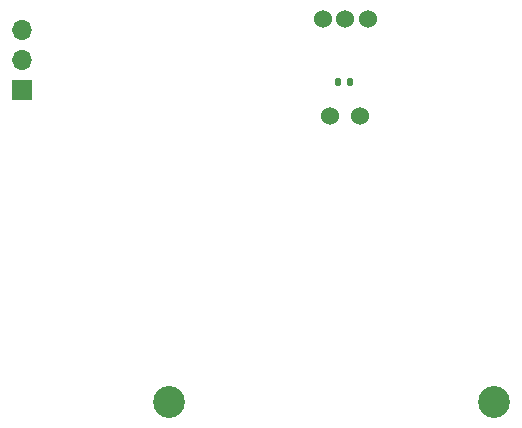
<source format=gts>
G04 #@! TF.GenerationSoftware,KiCad,Pcbnew,7.0.8-7.0.8~ubuntu22.04.1*
G04 #@! TF.CreationDate,2024-01-26T15:42:25+01:00*
G04 #@! TF.ProjectId,hand_B,68616e64-5f42-42e6-9b69-6361645f7063,rev?*
G04 #@! TF.SameCoordinates,Original*
G04 #@! TF.FileFunction,Soldermask,Top*
G04 #@! TF.FilePolarity,Negative*
%FSLAX46Y46*%
G04 Gerber Fmt 4.6, Leading zero omitted, Abs format (unit mm)*
G04 Created by KiCad (PCBNEW 7.0.8-7.0.8~ubuntu22.04.1) date 2024-01-26 15:42:25*
%MOMM*%
%LPD*%
G01*
G04 APERTURE LIST*
G04 Aperture macros list*
%AMRoundRect*
0 Rectangle with rounded corners*
0 $1 Rounding radius*
0 $2 $3 $4 $5 $6 $7 $8 $9 X,Y pos of 4 corners*
0 Add a 4 corners polygon primitive as box body*
4,1,4,$2,$3,$4,$5,$6,$7,$8,$9,$2,$3,0*
0 Add four circle primitives for the rounded corners*
1,1,$1+$1,$2,$3*
1,1,$1+$1,$4,$5*
1,1,$1+$1,$6,$7*
1,1,$1+$1,$8,$9*
0 Add four rect primitives between the rounded corners*
20,1,$1+$1,$2,$3,$4,$5,0*
20,1,$1+$1,$4,$5,$6,$7,0*
20,1,$1+$1,$6,$7,$8,$9,0*
20,1,$1+$1,$8,$9,$2,$3,0*%
G04 Aperture macros list end*
%ADD10RoundRect,0.135000X0.135000X0.185000X-0.135000X0.185000X-0.135000X-0.185000X0.135000X-0.185000X0*%
%ADD11C,2.700000*%
%ADD12R,1.700000X1.700000*%
%ADD13O,1.700000X1.700000*%
%ADD14C,1.524000*%
G04 APERTURE END LIST*
D10*
X103819999Y-38900000D03*
X102799999Y-38900000D03*
D11*
X116000000Y-65982499D03*
X88500000Y-65982499D03*
D12*
X76100000Y-39587500D03*
D13*
X76100000Y-37047500D03*
X76100000Y-34507500D03*
D14*
X102160000Y-41800000D03*
X104700000Y-41800000D03*
X101525000Y-33595000D03*
X103425000Y-33595000D03*
X105325000Y-33595000D03*
M02*

</source>
